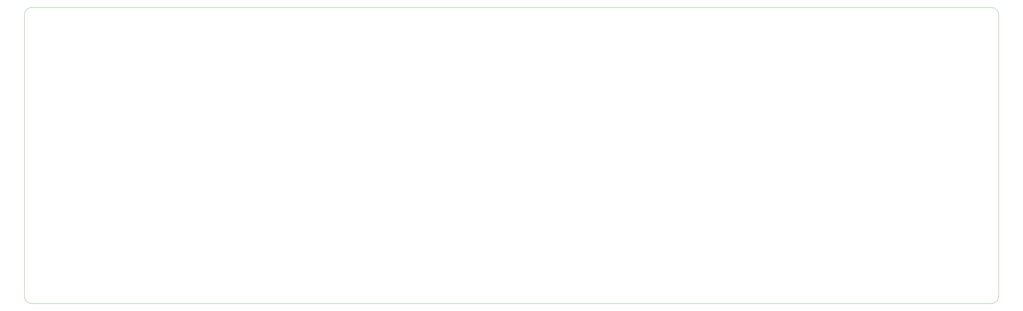
<source format=gm1>
G04 #@! TF.GenerationSoftware,KiCad,Pcbnew,(5.1.0)-1*
G04 #@! TF.CreationDate,2019-05-17T11:19:36-04:00*
G04 #@! TF.ProjectId,pcb-project,7063622d-7072-46f6-9a65-63742e6b6963,rev?*
G04 #@! TF.SameCoordinates,Original*
G04 #@! TF.FileFunction,Profile,NP*
%FSLAX46Y46*%
G04 Gerber Fmt 4.6, Leading zero omitted, Abs format (unit mm)*
G04 Created by KiCad (PCBNEW (5.1.0)-1) date 2019-05-17 11:19:36*
%MOMM*%
%LPD*%
G04 APERTURE LIST*
%ADD10C,0.050000*%
G04 APERTURE END LIST*
D10*
X26193750Y-46831250D02*
X350043750Y-46831250D01*
X352425000Y-144462500D02*
G75*
G02X350043750Y-146843750I-2381250J0D01*
G01*
X352425000Y-144462500D02*
X352425000Y-49212500D01*
X26193750Y-146843750D02*
X350043750Y-146843750D01*
X23812500Y-49212500D02*
X23812500Y-144462500D01*
X23812500Y-49212500D02*
G75*
G02X26193750Y-46831250I2381250J0D01*
G01*
X26193750Y-146843750D02*
G75*
G02X23812500Y-144462500I0J2381250D01*
G01*
X350043750Y-46831250D02*
G75*
G02X352425000Y-49212500I0J-2381250D01*
G01*
M02*

</source>
